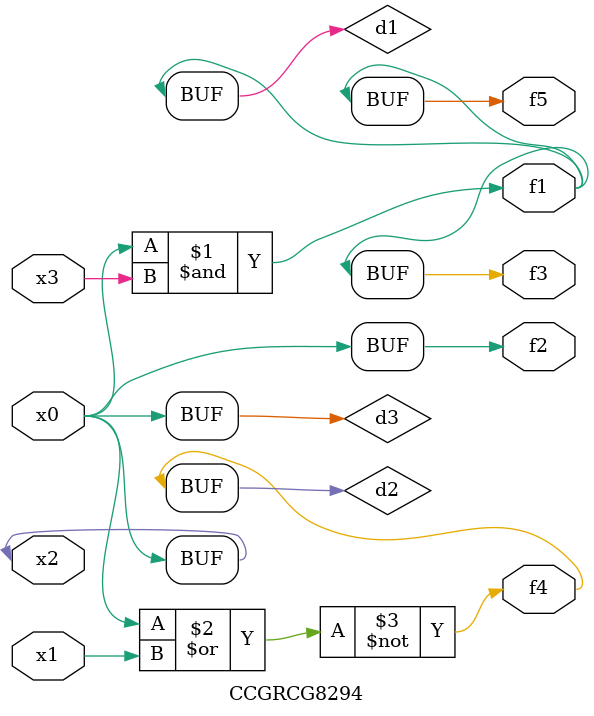
<source format=v>
module CCGRCG8294(
	input x0, x1, x2, x3,
	output f1, f2, f3, f4, f5
);

	wire d1, d2, d3;

	and (d1, x2, x3);
	nor (d2, x0, x1);
	buf (d3, x0, x2);
	assign f1 = d1;
	assign f2 = d3;
	assign f3 = d1;
	assign f4 = d2;
	assign f5 = d1;
endmodule

</source>
